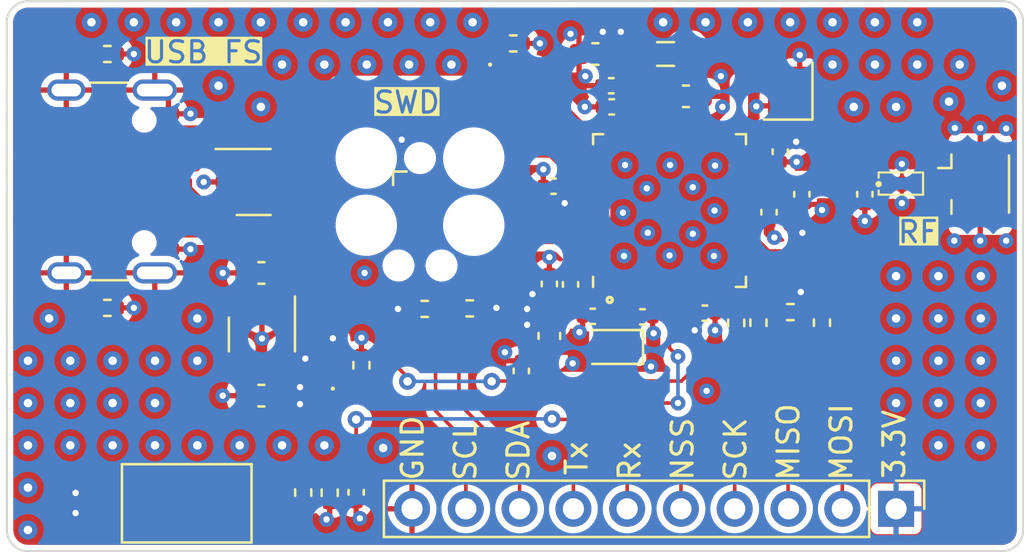
<source format=kicad_pcb>
(kicad_pcb (version 20221018) (generator pcbnew)
  (layers (0 "F.Cu" signal) (1 "In1.Cu" signal) (2 "In2.Cu" signal) (31 "B.Cu" signal) (34 "B.Paste" user) (35 "F.Paste" user) (36 "B.SilkS" user "B.Silkscreen") (37 "F.SilkS" user "F.Silkscreen") (38 "B.Mask" user) (39 "F.Mask" user) (44 "Edge.Cuts" user))
  (net 0 "")
  (net 1 "+5V")
  (net 2 "GND")
  (net 3 "+3.3V")
  (net 4 "/LSE_OUT")
  (net 5 "/LSE_IN")
  (net 6 "/SWD_NRST")
  (net 7 "/SMPSFB")
  (net 8 "/BOOT0")
  (net 9 "/RF")
  (net 10 "/RF_MATCH")
  (net 11 "/G_LED_K")
  (net 12 "/B_LED_K")
  (net 13 "/B_LED_A")
  (net 14 "/RF_ANT")
  (net 15 "/USBC_CC1")
  (net 16 "/USBC_D+")
  (net 17 "/USBC_D-")
  (net 19 "/USBC_CC2")
  (net 21 "/UART1_TXc")
  (net 22 "/UART1_RXc")
  (net 23 "/SPI1_SCKc")
  (net 24 "/SWD_DIO")
  (net 25 "/SWD_CLK")
  (net 26 "/SWD_TRC")
  (net 27 "/SMPSLX")
  (net 28 "/SMPSLXL")
  (net 29 "/UART1_TX")
  (net 30 "/UART1_RX")
  (net 31 "/SPI1_NSS")
  (net 32 "/SPI1_SCK")
  (net 33 "/SPI1_MISO")
  (net 34 "/SPI1_MOSI")
  (net 35 "/I2C1_SCL")
  (net 36 "/I2C1_SDA")
  (net 37 "Net-(R12-Pad2)")
  (net 39 "/USB_D+")
  (net 40 "/USB_D-")
  (net 47 "/HSE_OUT")
  (net 48 "/HSE_IN")
  (footprint "Crystal:Crystal_SMD_2012-2Pin_2.0x1.2mm" (layer "F.Cu") (at 129.85 96.35 180)
    (fp_text reference "X1" hide)
    (fp_text value "32k768" hide)
  )
  (footprint "Fiducial:Fiducial_1mm_Mask2mm" (layer "F.Cu") (at 147.25 81.75)
    (fp_text reference "FM2" hide)
    (fp_text value "Fiducial" hide)
  )
  (footprint "Resistor_SMD:R_0402_1005Metric" (layer "F.Cu") (at 105.75 94.5)
    (fp_text reference "R4" hide)
    (fp_text value "5k1" hide)
  )
  (footprint "Resistor_SMD:R_0402_1005Metric" (layer "F.Cu") (at 139.5 95.2 -90)
    (fp_text reference "R1" hide)
    (fp_text value "220R" hide)
  )
  (footprint "custom:DLF162500LT-5028A1" (layer "F.Cu") (at 143.275 88.65)
    (fp_text reference "FTL1" hide)
    (fp_text value "DLF162500LT-5028A1" hide)
  )
  (footprint "Capacitor_SMD:C_0603_1608Metric" (layer "F.Cu") (at 113.025 98.65 180)
    (fp_text reference "C5" hide)
    (fp_text value "4u7" hide)
  )
  (footprint "LED_SMD:LED_0402_1005Metric" (layer "F.Cu") (at 116.4 97.225 90)
    (fp_text reference "D1" hide)
    (fp_text value "Green" hide)
  )
  (footprint "Capacitor_SMD:C_0402_1005Metric" (layer "F.Cu") (at 126.625 93.37 90)
    (fp_text reference "C11" hide)
    (fp_text value "100n" hide)
  )
  (footprint "Resistor_SMD:R_0402_1005Metric" (layer "F.Cu") (at 135.45 95.21 -90)
    (fp_text reference "R3" hide)
    (fp_text value "220R" hide)
  )
  (footprint "Capacitor_SMD:C_0402_1005Metric" (layer "F.Cu") (at 129.57 85 180)
    (fp_text reference "C10" hide)
    (fp_text value "100n" hide)
  )
  (footprint "Capacitor_SMD:C_0603_1608Metric" (layer "F.Cu") (at 128.8 82.5 180)
    (fp_text reference "C8" hide)
    (fp_text value "4u7" hide)
  )
  (footprint "Resistor_SMD:R_0402_1005Metric" (layer "F.Cu") (at 136.5 95.2 -90)
    (fp_text reference "R2" hide)
    (fp_text value "220R" hide)
  )
  (footprint "Crystal:Crystal_SMD_2016-4Pin_2.0x1.6mm" (layer "F.Cu") (at 137.9 84.25 90)
    (fp_text reference "X2" hide)
    (fp_text value "32M" hide)
  )
  (footprint "Inductor_SMD:L_0402_1005Metric" (layer "F.Cu") (at 131.05 84.515 90)
    (fp_text reference "L1" hide)
    (fp_text value "10n" hide)
  )
  (footprint "Resistor_SMD:R_0402_1005Metric" (layer "F.Cu") (at 115 103.23 -90)
    (fp_text reference "R12" hide)
    (fp_text value "220R" hide)
  )
  (footprint "Capacitor_SMD:C_0603_1608Metric" (layer "F.Cu") (at 113.025 92.85 180)
    (fp_text reference "C1" hide)
    (fp_text value "4u7" hide)
  )
  (footprint "LED_SMD:LED_0402_1005Metric" (layer "F.Cu") (at 124.915 83)
    (fp_text reference "D2" hide)
    (fp_text value "Blue" hide)
  )
  (footprint "Package_TO_SOT_SMD:SOT-23-5" (layer "F.Cu") (at 113.05 95.76 -90)
    (fp_text reference "U1" hide)
    (fp_text value "MIC5365-3.3YD5" hide)
  )
  (footprint "Capacitor_SMD:C_0402_1005Metric" (layer "F.Cu") (at 131.025 94.925)
    (fp_text reference "C13" hide)
    (fp_text value "10p" hide)
  )
  (footprint "Capacitor_SMD:C_0402_1005Metric" (layer "F.Cu") (at 137.53 87.12 -90)
    (fp_text reference "C12" hide)
    (fp_text value "100n" hide)
  )
  (footprint "Connector_USB:USB_C_Receptacle_GCT_USB4105-xx-A_16P_TopMnt_Horizontal" (layer "F.Cu") (at 104.885 88.525 -90)
    (fp_text reference "J1" hide)
    (fp_text value "USB_C_Receptacle_USB2.0" hide)
  )
  (footprint "Connector_PinHeader_2.54mm:PinHeader_1x10_P2.54mm_Vertical" (layer "F.Cu") (at 143 104 -90)
    (fp_text reference "J2" hide)
    (fp_text value "Conn_01x10" hide)
  )
  (footprint "Resistor_SMD:R_0402_1005Metric" (layer "F.Cu") (at 117.75 97.215 90)
    (fp_text reference "R6" hide)
    (fp_text value "220R" hide)
  )
  (footprint "Capacitor_SMD:C_0402_1005Metric" (layer "F.Cu") (at 126.82 88.75 180)
    (fp_text reference "C3" hide)
    (fp_text value "100n" hide)
  )
  (footprint "Capacitor_SMD:C_0402_1005Metric" (layer "F.Cu") (at 127.625 93.39 90)
    (fp_text reference "C6" hide)
    (fp_text value "100n" hide)
  )
  (footprint "Capacitor_SMD:C_0402_1005Metric" (layer "F.Cu") (at 141.525 89.13 -90)
    (fp_text reference "C19" hide)
    (fp_text value "0p3" hide)
  )
  (footprint "Capacitor_SMD:C_0402_1005Metric" (layer "F.Cu") (at 129.55 84 180)
    (fp_text reference "C7" hide)
    (fp_text value "100n" hide)
  )
  (footprint "Resistor_SMD:R_0402_1005Metric" (layer "F.Cu") (at 105.75 82.5)
    (fp_text reference "R5" hide)
    (fp_text value "5k1" hide)
  )
  (footprint "Capacitor_SMD:C_0402_1005Metric" (layer "F.Cu") (at 125.3 97.48 90)
    (fp_text reference "C15" hide)
    (fp_text value "100n" hide)
  )
  (footprint "Resistor_SMD:R_0402_1005Metric" (layer "F.Cu") (at 122.865 94.525 180)
    (fp_text reference "R10" hide)
    (fp_text value "5k1" hide)
  )
  (footprint "Package_DFN_QFN:QFN-48-1EP_7x7mm_P0.5mm_EP5.6x5.6mm" (layer "F.Cu") (at 132.3 89.9 90)
    (fp_text reference "U3" hide)
    (fp_text value "STM32WB55CEU6" hide)
  )
  (footprint "Fiducial:Fiducial_1mm_Mask2mm" (layer "F.Cu") (at 147.25 104.25)
    (fp_text reference "FM3" hide)
    (fp_text value "Fiducial" hide)
  )
  (footprint "Inductor_SMD:L_0402_1005Metric" (layer "F.Cu") (at 140.035 88.65)
    (fp_text reference "L3" hide)
    (fp_text value "2n7" hide)
  )
  (footprint "Connector:Tag-Connect_TC2030-IDC-FP_2x03_P1.27mm_Vertical" (layer "F.Cu") (at 120.516 89.96 -90)
    (fp_text reference "J3" hide)
    (fp_text value "TC2030" hide)
  )
  (footprint "Fiducial:Fiducial_1mm_Mask2mm" (layer "F.Cu") (at 102.75 81.75)
    (fp_text reference "FM1" hide)
    (fp_text value "Fiducial" hide)
  )
  (footprint "Resistor_SMD:R_0402_1005Metric" (layer "F.Cu") (at 124.92 82)
    (fp_text reference "R7" hide)
    (fp_text value "220R" hide)
  )
  (footprint "Capacitor_SMD:C_0603_1608Metric" (layer "F.Cu") (at 126.625 95.825 -90)
    (fp_text reference "C2" hide)
    (fp_text value "4u7" hide)
  )
  (footprint "Button_Switch_SMD:SW_SPST_CK_RS282G05A3" (layer "F.Cu") (at 109.5 103.74 180)
    (fp_text reference "SW1" hide)
    (fp_text value "SW_Push" hide)
  )
  (footprint "Capacitor_SMD:C_0402_1005Metric" (layer "F.Cu") (at 117.5 103.22 -90)
    (fp_text reference "C17" hide)
    (fp_text value "100n" hide)
  )
  (footprint "Resistor_SMD:R_0402_1005Metric" (layer "F.Cu") (at 116.25 103.24 -90)
    (fp_text reference "R11" hide)
    (fp_text value "5k1" hide)
  )
  (footprint "Connector_Coaxial:U.FL_Hirose_U.FL-R-SMT-1_Vertical" (layer "F.Cu") (at 146.5 88.65)
    (fp_text reference "J4" hide)
    (fp_text value "Conn_Coaxial" hide)
  )
  (footprint "Package_TO_SOT_SMD:SOT-23-6" (layer "F.Cu") (at 112.6625 88.55)
    (fp_text reference "U2" hide)
    (fp_text value "USBLC6-2SC6" hide)
  )
  (footprint "Resistor_SMD:R_0402_1005Metric" (layer "F.Cu") (at 138.01 94.7 180)
    (fp_text reference "R8" hide)
    (fp_text value "5k1" hide)
  )
  (footprint "Inductor_SMD:L_0805_2012Metric" (layer "F.Cu") (at 132.1125 82.5)
    (fp_text reference "L2" hide)
    (fp_text value "10u" hide)
  )
  (footprint "Capacitor_SMD:C_0402_1005Metric" (layer "F.Cu") (at 137 89.98 -90)
    (fp_text reference "C9" hide)
    (fp_text value "100n" hide)
  )
  (footprint "Capacitor_SMD:C_0402_1005Metric" (layer "F.Cu") (at 133.97 94.75)
    (fp_text reference "C4" hide)
    (fp_text value "100n" hide)
  )
  (footprint "Resistor_SMD:R_0402_1005Metric" (layer "F.Cu") (at 120.74 94.55)
    (fp_text reference "R9" hide)
    (fp_text value "5k1" hide)
  )
  (footprint "Capacitor_SMD:C_0402_1005Metric" (layer "F.Cu") (at 128.675 94.9 180)
    (fp_text reference "C14" hide)
    (fp_text value "10p" hide)
  )
  (footprint "Capacitor_SMD:C_0603_1608Metric" (layer "F.Cu") (at 133.075 84.5)
    (fp_text reference "C16" hide)
    (fp_text value "4u7" hide)
  )
  (footprint "Capacitor_SMD:C_0402_1005Metric" (layer "F.Cu") (at 138.55 89.13 -90)
    (fp_text reference "C18" hide)
    (fp_text value "0p8" hide)
  )
  (gr_circle (center 129.475 94.125) (end 129.525 94.125) (stroke (width 0.15)) (fill none) (layer "F.SilkS"))
  (gr_arc (start 148.002893 79.997107) (mid 148.71 80.29) (end 149.002893 80.997107) (stroke (width 0.1)) (layer "Edge.Cuts"))
  (gr_arc (start 149.002893 105.002893) (mid 148.71 105.71) (end 148.002893 106.002893) (stroke (width 0.1)) (layer "Edge.Cuts"))
  (gr_line (start 101.997107 80.007107) (end 128 80) (stroke (width 0.1)) (layer "Edge.Cuts"))
  (gr_line (start 149.002893 80.997107) (end 149.002893 105.002893) (stroke (width 0.1)) (layer "Edge.Cuts"))
  (gr_arc (start 100.997107 81.007107) (mid 101.29 80.3) (end 101.997107 80.007107) (stroke (width 0.1)) (layer "Edge.Cuts"))
  (gr_arc (start 102.007107 106.002893) (mid 101.3 105.71) (end 101.007107 105.002893) (stroke (width 0.1)) (layer "Edge.Cuts"))
  (gr_line (start 101.007107 105.002893) (end 100.997107 81.007107) (stroke (width 0.1)) (layer "Edge.Cuts"))
  (gr_line (start 148.002893 106.002893) (end 102.007107 106.002893) (stroke (width 0.1)) (layer "Edge.Cuts"))
  (gr_line (start 128 80) (end 148.002893 79.997107) (stroke (width 0.1)) (layer "Edge.Cuts"))
  (gr_text "GND" (at 120.75 102.75 90) (layer "F.SilkS") (effects (font (size 1 1)) (justify left bottom)))
  (gr_text "3.3V" (at 143.5 102.67 90) (layer "F.SilkS") (effects (font (size 1 1)) (justify left bottom)))
  (gr_text "Tx" (at 128.5 102.5 90) (layer "F.SilkS") (effects (font (size 1 1)) (justify left bottom)))
  (gr_text "NSS" (at 133.5 102.75 90) (layer "F.SilkS") (effects (font (size 1 1)) (justify left bottom)))
  (gr_text "Rx" (at 131 102.75 90) (layer "F.SilkS") (effects (font (size 1 1)) (justify left bottom)))
  (gr_text "MOSI" (at 141 102.75 90) (layer "F.SilkS") (effects (font (size 1 1)) (justify left bottom)))
  (gr_text "USB FS" (at 107.4 83) (layer "F.SilkS" knockout) (effects (font (size 1 1)) (justify left bottom)))
  (gr_text "SCL" (at 123.25 102.75 90) (layer "F.SilkS") (effects (font (size 1 1)) (justify left bottom)))
  (gr_text "SDA" (at 125.75 102.75 90) (layer "F.SilkS") (effects (font (size 1 1)) (justify left bottom)))
  (gr_text "SCK" (at 136 102.75 90) (layer "F.SilkS") (effects (font (size 1 1)) (justify left bottom)))
  (gr_text "SWD" (at 118.25 85.375) (layer "F.SilkS" knockout) (effects (font (size 1 1)) (justify left bottom)))
  (gr_text "RF" (at 143 91.5) (layer "F.SilkS" knockout) (effects (font (size 1 1)) (justify left bottom)))
  (gr_text "MISO" (at 138.5 102.75 90) (layer "F.SilkS") (effects (font (size 1 1)) (justify left bottom)))
  (segment (start 114 93.65) (end 114 93.05) (width 0.5) (layer "F.Cu") (net 1))
  (segment (start 112.675 90.4) (end 112.675 89.012501) (width 0.5) (layer "F.Cu") (net 1))
  (segment (start 108.535 86.125) (end 111.615184 86.125) (width 0.5) (layer "F.Cu") (net 1))
  (segment (start 108.565 90.925) (end 112.15 90.925) (width 0.5) (layer "F.Cu") (net 1))
  (segment (start 113.137501 88.55) (end 113.8 88.55) (width 0.5) (layer "F.Cu") (net 1))
  (segment (start 114 94.6225) (end 114 93.65) (width 0.5) (layer "F.Cu") (net 1))
  (segment (start 112.6875 87.197316) (end 112.6875 88.099999) (width 0.5) (layer "F.Cu") (net 1))
  (segment (start 112.675 90.4) (end 113.8 91.525) (width 0.5) (layer "F.Cu") (net 1))
  (segment (start 113.975 93.675) (end 114 93.65) (width 0.17) (layer "F.Cu") (net 1))
  (segment (start 113.8 91.525) (end 113.8 92.85) (width 0.5) (layer "F.Cu") (net 1))
  (segment (start 112.675 89.012501) (end 113.137501 88.55) (width 0.5) (layer "F.Cu") (net 1))
  (segment (start 112.6875 88.099999) (end 113.137501 88.55) (width 0.5) (layer "F.Cu") (net 1))
  (segment (start 112.25 93.675) (end 113.975 93.675) (width 0.17) (layer "F.Cu") (net 1))
  (segment (start 108.53 86.12) (end 108.535 86.125) (width 0.5) (layer "F.Cu") (net 1))
  (segment (start 114 93.05) (end 113.8 92.85) (width 0.5) (layer "F.Cu") (net 1))
  (segment (start 111.615184 86.125) (end 112.6875 87.197316) (width 0.5) (layer "F.Cu") (net 1))
  (segment (start 112.15 90.925) (end 112.675 90.4) (width 0.5) (layer "F.Cu") (net 1))
  (segment (start 112.1 93.825) (end 112.25 93.675) (width 0.17) (layer "F.Cu") (net 1))
  (segment (start 112.1 94.6225) (end 112.1 93.825) (width 0.17) (layer "F.Cu") (net 1))
  (segment (start 131.55 86.4625) (end 131.55 89.15) (width 0.25) (layer "F.Cu") (net 2))
  (segment (start 135.7375 88.15) (end 134.05 88.15) (width 0.25) (layer "F.Cu") (net 2))
  (segment (start 131.55 89.15) (end 132.3 89.9) (width 0.25) (layer "F.Cu") (net 2))
  (segment (start 109.67 91.72) (end 109.675 91.725) (width 0.5) (layer "F.Cu") (net 2))
  (segment (start 131.55 94.97) (end 131.505 94.925) (width 0.5) (layer "F.Cu") (net 2))
  (segment (start 137 90.925) (end 137.25 91.175) (width 0.5) (layer "F.Cu") (net 2))
  (segment (start 138.55 89.61) (end 138.785 89.61) (width 0.5) (layer "F.Cu") (net 2))
  (segment (start 137 90.46) (end 137 90.925) (width 0.5) (layer "F.Cu") (net 2))
  (segment (start 134.05 88.15) (end 132.3 89.9) (width 0.25) (layer "F.Cu") (net 2))
  (segment (start 143.275 88.4225) (end 143.275 87.7) (width 0.17) (layer "F.Cu") (net 2))
  (segment (start 109.67 85.32) (end 109.675 85.325) (width 0.5) (layer "F.Cu") (net 2))
  (segment (start 143.275 88.8775) (end 143.275 89.55) (width 0.17) (layer "F.Cu") (net 2))
  (segment (start 128.15 94.945) (end 128.195 94.9) (width 0.5) (layer "F.Cu") (net 2))
  (segment (start 147 90.2) (end 146.975 90.175) (width 0.5) (layer "F.Cu") (net 2))
  (via (at 107 81) (size 0.9) (drill 0.4) (layers "F.Cu" "B.Cu") (net 2))
  (via (at 110.3 88.55) (size 0.7) (drill 0.3) (layers "F.Cu" "B.Cu") (net 2))
  (via (at 127.625 81.55) (size 0.7) (drill 0.3) (layers "F.Cu" "B.Cu") (net 2))
  (via (at 133.4 88.8) (size 0.7) (drill 0.3) (layers "F.Cu" "B.Cu") (net 2))
  (via (at 145 95) (size 0.9) (drill 0.4) (layers "F.Cu" "B.Cu") (net 2))
  (via (at 131.425 97.275) (size 0.7) (drill 0.3) (layers "F.Cu" "B.Cu") (net 2))
  (via (at 102 105) (size 0.9) (drill 0.4) (layers "F.Cu" "B.Cu") (net 2))
  (via (at 132.325 87.75) (size 0.7) (drill 0.3) (layers "F.Cu" "B.Cu") (net 2))
  (via (at 113.05 95.95) (size 0.7) (drill 0.3) (layers "F.Cu" "B.Cu") (net 2))
  (via (at 146 83) (size 0.9) (drill 0.4) (layers "F.Cu" "B.Cu") (net 2))
  (via (at 131.55 95.7) (size 0.7) (drill 0.3) (layers "F.Cu" "B.Cu") (net 2))
  (via (at 108 99) (size 0.9) (drill 0.4) (layers "F.Cu" "B.Cu") (net 2))
  (via (at 110 95) (size 0.9) (drill 0.4) (layers "F.Cu" "B.Cu") (net 2))
  (via (at 117.75 95.915) (size 0.7) (drill 0.3) (layers "F.Cu" "B.Cu") (net 2))
  (via (at 148 84) (size 0.9) (drill 0.4) (layers "F.Cu" "B.Cu") (net 2))
  (via (at 122 83) (size 0.9) (drill 0.4) (layers "F.Cu" "B.Cu") (net 2))
  (via (at 146.975 86) (size 0.7) (drill 0.3) (layers "F.Cu" "B.Cu") (net 2))
  (via (at 136.4 84.975) (size 0.7) (drill 0.3) (layers "F.Cu" "B.Cu") (net 2))
  (via (at 110 101) (size 0.9) (drill 0.4) (layers "F.Cu" "B.Cu") (net 2))
  (via (at 107 82.5) (size 0.7) (drill 0.3) (layers "F.Cu" "B.Cu") (net 2))
  (via (at 137.25 91.175) (size 0.7) (drill 0.3) (layers "F.Cu" "B.Cu") (net 2))
  (via (at 134 81) (size 0.9) (drill 0.4) (layers "F.Cu" "B.Cu") (net 2))
  (via (at 142 83) (size 0.9) (drill 0.4) (layers "F.Cu" "B.Cu") (net 2))
  (via (at 132 81) (size 0.9) (drill 0.4) (layers "F.Cu" "B.Cu") (net 2))
  (via (at 107 94.5) (size 0.7) (drill 0.3) (layers "F.Cu" "B.Cu") (net 2))
  (via (at 144 83) (size 0.9) (drill 0.4) (layers "F.Cu" "B.Cu") (net 2))
  (via (at 106 99) (size 0.9) (drill 0.4) (layers "F.Cu" "B.Cu") (net 2))
  (via (at 145.5 84.75) (size 0.9) (drill 0.4) (layers "F.Cu" "B.Cu") (net 2))
  (via (at 126.75 101.5) (size 0.9) (drill 0.4) (layers "F.Cu" "B.Cu") (net 2))
  (via (at 145 101) (size 0.9) (drill 0.4) (layers "F.Cu" "B.Cu") (net 2))
  (via (at 145.75 91.325) (size 0.7) (drill 0.3) (layers "F.Cu" "B.Cu") (net 2))
  (via (at 143.275 89.55) (size 0.7) (drill 0.3) (layers "F.Cu" "B.Cu") (net 2))
  (via (at 126.175 82) (size 0.7) (drill 0.3) (layers "F.Cu" "B.Cu") (net 2))
  (via (at 136 81) (size 0.9) (drill 0.4) (layers "F.Cu" "B.Cu") (net 2))
  (via (at 130.2 87.75) (size 0.7) (drill 0.3) (layers "F.Cu" "B.Cu") (net 2))
  (via (at 108 97) (size 0.9) (drill 0.4) (layers "F.Cu" "B.Cu") (net 2))
  (via (at 143 95) (size 0.9) (drill 0.4) (layers "F.Cu" "B.Cu") (net 2))
  (via (at 103 95) (size 0.9) (drill 0.4) (layers "F.Cu" "B.Cu") (net 2))
  (via (at 118.775 101.125) (size 0.9) (drill 0.4) (layers "F.Cu" "B.Cu") (net 2))
  (via (at 118 83) (size 0.9) (drill 0.4) (layers "F.Cu" "B.Cu") (net 2))
  (via (at 147 99) (size 0.9) (drill 0.4) (layers "F.Cu" "B.Cu") (net 2))
  (via (at 105 81) (size 0.9) (drill 0.4) (layers "F.Cu" "B.Cu") (net 2))
  (via (at 102 101) (size 0.9) (drill 0.4) (layers "F.Cu" "B.Cu") (net 2))
  (via (at 128.3 85) (size 0.7) (drill 0.3) (layers "F.Cu" "B.Cu") (net 2))
  (via (at 147 97) (size 0.9) (drill 0.4) (layers "F.Cu" "B.Cu") (net 2))
  (via (at 147 93) (size 0.9) (drill 0.4) (layers "F.Cu" "B.Cu") (net 2))
  (via (at 104 99) (size 0.9) (drill 0.4) (layers "F.Cu" "B.Cu") (net 2))
  (via (at 121 81) (size 0.9) (drill 0.4) (layers "F.Cu" "B.Cu") (net 2))
  (via (at 117.9 92.85) (size 0.7) (drill 0.3) (layers "F.Cu" "B.Cu") (net 2))
  (via (at 145.775 86) (size 0.7) (drill 0.3) (layers "F.Cu" "B.Cu") (net 2))
  (via (at 145 93) (size 0.9) (drill 0.4) (layers "F.Cu" "B.Cu") (net 2))
  (via (at 115 81) (size 0.9) (drill 0.4) (layers "F.Cu" "B.Cu") (net 2))
  (via (at 116 83) (size 0.9) (drill 0.4) (layers "F.Cu" "B.Cu") (net 2))
  (via (at 134.05 98.425) (size 0.7) (drill 0.3) (layers "F.Cu" "B.Cu") (net 2))
  (via (at 102 99) (size 0.9) (drill 0.4) (layers "F.Cu" "B.Cu") (net 2))
  (via (at 146.975 91.325) (size 0.7) (drill 0.3) (layers "F.Cu" "B.Cu") (net 2))
  (via (at 132.3 92.025) (size 0.7) (drill 0.3) (layers "F.Cu" "B.Cu") (net 2))
  (via (at 147 95) (size 0.9) (drill 0.4) (layers "F.Cu" "B.Cu") (net 2))
  (via (at 138.3 87.6) (size 0.7) (drill 0.3) (layers "F.Cu" "B.Cu") (net 2))
  (via (at 139.5 89.875) (size 0.7) (drill 0.3) (layers "F.Cu" "B.Cu") (net 2))
  (via (at 133.4 91) (size 0.7) (drill 0.3) (layers "F.Cu" "B.Cu") (net 2))
  (via (at 130.15 92.05) (size 0.7) (drill 0.3) (layers "F.Cu" "B.Cu") (net 2))
  (via (at 114 101) (size 0.9) (drill 0.4) (layers "F.Cu" "B.Cu") (net 2))
  (via (at 138 81) (size 0.9) (drill 0.4) (layers "F.Cu" "B.Cu") (net 2))
  (via (at 148.2 91.325) (size 0.7) (drill 0.3) (layers "F.Cu" "B.Cu") (net 2))
  (via (at 131.225 88.85) (size 0.7) (drill 0.3) (layers "F.Cu" "B.Cu") (net 2))
  (via (at 134.425 89.9) (size 0.7) (drill 0.3) (layers "F.Cu" "B.Cu") (net 2))
  (via (at 134.8 85) (size 0.7) (drill 0.3) (layers "F.Cu" "B.Cu") (net 2))
  (via (at 148.2 86.025) (size 0.7) (drill 0.3) (layers "F.Cu" "B.Cu") (net 2))
  (via (at 141.525 90.395) (size 0.7) (drill 0.3) (layers "F.Cu" "B.Cu") (net 2))
  (via (at 117.675 104.45) (size 0.7) (drill 0.3) (layers "F.Cu" "B.Cu") (net 2))
  (via (at 147 101) (size 0.9) (drill 0.4) (layers "F.Cu" "B.Cu") (net 2))
  (via (at 109.675 85.325) (size 0.7) (drill 0.3) (layers "F.Cu" "B.Cu") (net 2))
  (via (at 141 85) (size 0.9) (drill 0.4) (layers "F.Cu" "B.Cu") (net 2))
  (via (at 111.2 92.85) (size 0.7) (drill 0.3) (layers "F.Cu" "B.Cu") (net 2))
  (via (at 140 83) (size 0.9) (drill 0.4) (layers "F.Cu" "B.Cu") (net 2))
  (via (at 134.725 83.55) (size 0.7) (drill 0.3) (layers "F.Cu" "B.Cu") (net 2))
  (via (at 143 97) (size 0.9) (drill 0.4) (layers "F.Cu" "B.Cu") (net 2))
  (via (at 128.325 83.55) (size 0.7) (drill 0.3) (layers "F.Cu" "B.Cu") (net 2))
  (via (at 106 97) (size 0.9) (drill 0.4) (layers "F.Cu" "B.Cu") (net 2))
  (via (at 102 97) (size 0.9) (drill 0.4) (layers "F.Cu" "B.Cu") (net 2))
  (via (at 134.45 87.775) (size 0.7) (drill 0.3) (layers "F.Cu" "B.Cu") (net 2))
  (via (at 113 85) (size 0.9) (drill 0.4) (layers "F.Cu" "B.Cu") (net 2))
  (via (at 143 85) (size 0.9) (drill 0.4) (layers "F.Cu" "B.Cu") (net 2))
  (via (at 108 101) (size 0.9) (drill 0.4) (layers "F.Cu" "B.Cu") (net 2))
  (via (at 106 101) (size 0.9) (drill 0.4) (layers "F.Cu" "B.Cu") (net 2))
  (via (at 102 103) (size 0.9) (drill 0.4) (layers "F.Cu" "B.Cu") (net 2))
  (via (at 145 99) (size 0.9) (drill 0.4) (layers "F.Cu" "B.Cu") (net 2))
  (via (at 127.725 97.125) (size 0.7) (drill 0.3) (layers "F.Cu" "B.Cu") (net 2))
  (via (at 143 93) (size 0.9) (drill 0.4) (layers "F.Cu" "B.Cu") (net 2))
  (via (at 111 84) (size 0.9) (drill 0.4) (layers "F.Cu" "B.Cu") (net 2))
  (via (at 128.05 95.65) (size 0.7) (drill 0.3) (layers "F.Cu" "B.Cu") (net 2))
  (via (at 145 97) (size 0.9) (drill 0.4) (layers "F.Cu" "B.Cu") (net 2))
  (via (at 119 81) (size 0.9) (drill 0.4) (layers "F.Cu" "B.Cu") (net 2))
  (via (at 111.2 98.65) (size 0.7) (drill 0.3) (layers "F.Cu" "B.Cu") (net 2))
  (via (at 130.1 90) (size 0.7) (drill 0.3) (layers "F.Cu" "B.Cu") (net 2))
  (via (at 142 81) (size 0.9) (drill 0.4) (layers "F.Cu" "B.Cu") (net 2))
  (via (at 143 99) (size 0.9) (drill 0.4) (layers "F.Cu" "B.Cu") (net 2))
  (via (at 109.675 91.725) (size 0.7) (drill 0.3) (layers "F.Cu" "B.Cu") (net 2))
  (via (at 143.275 87.7) (size 0.7) (drill 0.3) (layers "F.Cu" "B.Cu") (net 2))
  (via (at 126.34 87.95) (size 0.7) (drill 0.3) (layers "F.Cu" "B.Cu") (net 2))
  (via (at 104 101) (size 0.9) (drill 0.4) (layers "F.Cu" "B.Cu") (net 2))
  (via (at 120 83) (size 0.9) (drill 0.4) (layers "F.Cu" "B.Cu") (net 2))
  (via (at 113 81) (size 0.9) (drill 0.4) (layers "F.Cu" "B.Cu") (net 2))
  (via (at 109 81) (size 0.9) (drill 0.4) (layers "F.Cu" "B.Cu") (net 2))
  (via (at 126.625 92.1) (size 0.7) (drill 0.3) (layers "F.Cu" "B.Cu") (net 2))
  (via (at 134.4 92.05) (size 0.7) (drill 0.3) (layers "F.Cu" "B.Cu") (net 2))
  (via (at 114 83) (size 0.9) (drill 0.4) (layers "F.Cu" "B.Cu") (net 2))
  (via (at 123 81) (size 0.9) (drill 0.4) (layers "F.Cu" "B.Cu") (net 2))
  (via (at 111 81) (size 0.9) (drill 0.4) (layers "F.Cu" "B.Cu") (net 2))
  (via (at 124.525 96.6) (size 0.7) (drill 0.3) (layers "F.Cu" "B.Cu") (net 2))
  (via (at 134.45 95.56) (size 0.7) (drill 0.3) (layers "F.Cu" "B.Cu") (net 2))
  (via (at 112 101) (size 0.9) (drill 0.4) (layers "F.Cu" "B.Cu") (net 2))
  (via (at 110 97) (size 0.9) (drill 0.4) (layers "F.Cu" "B.Cu") (net 2))
  (via (at 138.45 82.55) (size 0.7) (drill 0.3) (layers "F.Cu" "B.Cu") (net 2))
  (via (at 116.1 104.5) (size 0.7) (drill 0.3) (layers "F.Cu" "B.Cu") (net 2))
  (via (at 140 81) (size 0.9) (drill 0.4) (layers "F.Cu" "B.Cu") (net 2))
  (via (at 144 81) (size 0.9) (drill 0.4) (layers "F.Cu" "B.Cu") (net 2))
  (via (at 131.275 90.95) (size 0.7) (drill 0.3) (layers "F.Cu" "B.Cu") (net 2))
  (via (at 116 101) (size 0.9) (drill 0.4) (layers "F.Cu" "B.Cu") (net 2))
  (via (at 117 81) (size 0.9) (drill 0.4) (layers "F.Cu" "B.Cu") (net 2))
  (via (at 104 97) (size 0.9) (drill 0.4) (layers "F.Cu" "B.Cu") (net 2))
  (segment (start 120.23 94.55) (end 119.475 94.55) (width 0.5) (layer "F.Cu") (net 3))
  (segment (start 138.52 93.77) (end 138.5 93.75) (width 0.5) (layer "F.Cu") (net 3))
  (segment (start 136.65 89.15) (end 137 89.5) (width 0.25) (layer "F.Cu") (net 3))
  (segment (start 135.7375 89.15) (end 136.65 89.15) (width 0.25) (layer "F.Cu") (net 3))
  (segment (start 137.49 86.65) (end 138.28 86.65) (width 0.5) (layer "F.Cu") (net 3))
  (segment (start 136.75 87.025) (end 137.135 86.64) (width 0.25) (layer "F.Cu") (net 3))
  (segment (start 127.4 88.65) (end 127.3 88.75) (width 0.25) (layer "F.Cu") (net 3))
  (segment (start 116.4 96.74) (end 116.4 95.94) (width 0.5) (layer "F.Cu") (net 3))
  (segment (start 136.75 87.40851) (end 136.75 87.025) (width 0.25) (layer "F.Cu") (net 3))
  (segment (start 137.341734 86.64) (end 137.53 86.64) (width 0.5) (layer "F.Cu") (net 3))
  (segment (start 137.35 89.5) (end 137 89.5) (width 0.25) (layer "F.Cu") (net 3))
  (segment (start 138.075 90.95) (end 137.8 90.675) (width 0.25) (layer "F.Cu") (net 3))
  (segment (start 128.8625 88.65) (end 127.4 88.65) (width 0.25) (layer "F.Cu") (net 3))
  (segment (start 127.35 88.8) (end 127.3 88.75) (width 0.5) (layer "F.Cu") (net 3))
  (segment (start 124.1 94.525) (end 124.125 94.5) (width 0.5) (layer "F.Cu") (net 3))
  (segment (start 135.7375 87.65) (end 136.50851 87.65) (width 0.25) (layer "F.Cu") (net 3))
  (segment (start 137.8 90.675) (end 137.8 89.95) (width 0.25) (layer "F.Cu") (net 3))
  (segment (start 137.8 89.95) (end 137.35 89.5) (width 0.25) (layer "F.Cu") (net 3))
  (segment (start 137.135 86.64) (end 137.53 86.64) (width 0.25) (layer "F.Cu") (net 3))
  (segment (start 138.52 94.7) (end 138.52 93.77) (width 0.5) (layer "F.Cu") (net 3))
  (segment (start 119.65 86.55) (end 119.65 88.459) (width 0.17) (layer "F.Cu") (net 3))
  (segment (start 133.49 95.56) (end 133.49 94.75) (width 0.5) (layer "F.Cu") (net 3))
  (segment (start 119.65 88.459) (end 119.881 88.69) (width 0.17) (layer "F.Cu") (net 3))
  (segment (start 127.35 89.55) (end 127.35 88.8) (width 0.5) (layer "F.Cu") (net 3))
  (segment (start 138.575 90.95) (end 138.075 90.95) (width 0.25) (layer "F.Cu") (net 3))
  (segment (start 133.49 94.26474) (end 133.49 94.75) (width 0.25) (layer "F.Cu") (net 3))
  (segment (start 133.05 93.3375) (end 133.05 93.82474) (width 0.25) (layer "F.Cu") (net 3))
  (segment (start 123.375 94.525) (end 124.1 94.525) (width 0.5) (layer "F.Cu") (net 3))
  (segment (start 133.05 93.82474) (end 133.49 94.26474) (width 0.25) (layer "F.Cu") (net 3))
  (segment (start 136.50851 87.65) (end 136.75 87.40851) (width 0.25) (layer "F.Cu") (net 3))
  (via (at 133.49 95.56) (size 0.7) (drill 0.3) (layers "F.Cu" "B.Cu") (net 3))
  (via (at 116.4 95.94) (size 0.7) (drill 0.3) (layers "F.Cu" "B.Cu") (net 3))
  (via (at 115.1 96.9) (size 0.7) (drill 0.3) (layers "F.Cu" "B.Cu") (net 3))
  (via (at 124.125 94.5) (size 0.7) (drill 0.3) (layers "F.Cu" "B.Cu") (net 3))
  (via (at 125.825 93.85) (size 0.7) (drill 0.3) (layers "F.Cu" "B.Cu") (net 3))
  (via (at 104.25 104.2) (size 0.7) (drill 0.3) (layers "F.Cu" "B.Cu") (net 3))
  (via (at 125.575 95.3) (size 0.7) (drill 0.3) (layers "F.Cu" "B.Cu") (net 3))
  (via (at 104.25 103.25) (size 0.7) (drill 0.3) (layers "F.Cu" "B.Cu") (net 3))
  (via (at 129.15 81.45) (size 0.7) (drill 0.3) (layers "F.Cu" "B.Cu") (net 3))
  (via (at 138.575 90.95) (size 0.7) (drill 0.3) (layers "F.Cu" "B.Cu") (net 3))
  (via (at 127.35 89.55) (size 0.7) (drill 0.3) (layers "F.Cu" "B.Cu") (net 3))
  (via (at 138.5 93.75) (size 0.7) (drill 0.3) (layers "F.Cu" "B.Cu") (net 3))
  (via (at 138.28 86.65) (size 0.7) (drill 0.3) (layers "F.Cu" "B.Cu") (net 3))
  (via (at 125.575 94.55) (size 0.7) (drill 0.3) (layers "F.Cu" "B.Cu") (net 3))
  (via (at 119.65 86.55) (size 0.7) (drill 0.3) (layers "F.Cu" "B.Cu") (net 3))
  (via (at 119.475 94.55) (size 0.7) (drill 0.3) (layers "F.Cu" "B.Cu") (net 3))
  (via (at 130 81.45) (size 0.7) (drill 0.3) (layers "F.Cu" "B.Cu") (net 3))
  (via (at 114.85 99.05) (size 0.7) (drill 0.3) (layers "F.Cu" "B.Cu") (net 3))
  (via (at 114.85 98.25) (size 0.7) (drill 0.3) (layers "F.Cu" "B.Cu") (net 3))
  (segment (start 130.55 93.3375) (end 130.55 94.92) (width 0.17) (layer "F.Cu") (net 4))
  (segment (start 130.545 94.925) (end 130.545 96.345) (width 0.17) (layer "F.Cu") (net 4))
  (segment (start 130.545 96.345) (end 130.55 96.35) (width 0.17) (layer "F.Cu") (net 4))
  (segment (start 130.55 94.92) (end 130.545 94.925) (width 0.17) (layer "F.Cu") (net 4))
  (segment (start 129.15 94.905) (end 129.155 94.9) (width 0.17) (layer "F.Cu") (net 5))
  (segment (start 130.05 93.3375) (end 130.05 93.925) (width 0.17) (layer "F.Cu") (net 5))
  (segment (start 129.15 96.35) (end 129.15 94.905) (width 0.17) (layer "F.Cu") (net 5))
  (segment (start 130.05 93.925) (end 129.75 94.225) (width 0.17) (layer "F.Cu") (net 5))
  (segment (start 129.75 94.225) (end 129.75 94.8) (width 0.17) (layer "F.Cu") (net 5))
  (segment (start 129.75 94.8) (end 129.65 94.9) (width 0.17) (layer "F.Cu") (net 5))
  (segment (start 129.65 94.9) (end 129.155 94.9) (width 0.17) (layer "F.Cu") (net 5))
  (segment (start 133.525 97.3) (end 132.865 97.96) (width 0.17) (layer "F.Cu") (net 6))
  (segment (start 120.125 97.975) (end 118.9 96.75) (width 0.17) (layer "F.Cu") (net 6))
  (segment (start 132.55 94.15) (end 132.8 94.4) (width 0.17) (layer "F.Cu") (net 6))
  (segment (start 123.915 97.96) (end 123.9 97.975) (width 0.17) (layer "F.Cu") (net 6))
  (segment (start 118.9 95.075) (end 117.875 94.05) (width 0.17) (layer "F.Cu") (net 6))
  (segment (start 125.3 97.96) (end 123.915 97.96) (width 0.17) (layer "F.Cu") (net 6))
  (segment (start 116.475 94.05) (end 115.9 93.475) (width 0.17) (layer "F.Cu") (net 6))
  (segment (start 132.8 95.85) (end 133.525 96.575) (width 0.17) (layer "F.Cu") (net 6))
  (segment (start 119 89) (end 119.881 89.881) (width 0.17) (layer "F.Cu") (net 6))
  (segment (start 133.525 96.575) (end 133.525 97.3) (width 0.17) (layer "F.Cu") (net 6))
  (segment (start 132.8 94.4) (end 132.8 95.85) (width 0.17) (layer "F.Cu") (net 6))
  (segment (start 117.1 89) (end 119 89) (width 0.17) (layer "F.Cu") (net 6))
  (segment (start 115.9 93.475) (end 115.9 90.2) (width 0.17) (layer "F.Cu") (net 6))
  (segment (start 118.9 96.75) (end 118.9 95.075) (width 0.17) (layer "F.Cu") (net 6))
  (segment (start 132.865 97.96) (end 125.3 97.96) (width 0.17) (layer "F.Cu") (net 6))
  (segment (start 119.881 89.881) (end 119.881 89.96) (width 0.17) (layer "F.Cu") (net 6))
  (segment (start 117.875 94.05) (end 116.475 94.05) (width 0.17) (layer "F.Cu") (net 6))
  (segment (start 132.55 93.3375) (end 132.55 94.15) (width 0.17) (layer "F.Cu") (net 6))
  (segment (start 115.9 90.2) (end 117.1 89) (width 0.17) (layer "F.Cu") (net 6))
  (via (at 123.9 97.975) (size 0.8) (drill 0.4) (layers "F.Cu" "B.Cu") (net 6))
  (via (at 119.925 97.975) (size 0.8) (drill 0.4) (layers "F.Cu" "B.Cu") (net 6))
  (segment (start 123.9 97.975) (end 120.125 97.975) (width 0.17) (layer "B.Cu") (net 6))
  (segment (start 117.5 99.775) (end 117.5 102.74) (width 0.17) (layer "F.Cu") (net 8))
  (segment (start 129.55 99) (end 128.775 99.775) (width 0.17) (layer "F.Cu") (net 8))
  (segment (start 132.288371 94.41163) (end 132.28 94.420001) (width 0.17) (layer "F.Cu") (net 8))
  (segment (start 115.01 102.73) (end 115 102.72) (width 0.17) (layer "F.Cu") (net 8))
  (segment (start 131.15 94.2) (end 132.076741 94.2) (width 0.17) (layer "F.Cu") (net 8))
  (segment (start 131.05 94.1) (end 131.15 94.2) (width 0.17) (layer "F.Cu") (net 8))
  (segment (start 132.076741 94.2) (end 132.288371 94.41163) (width 0.17) (layer "F.Cu") (net 8))
  (segment (start 117.5 102.74) (end 116.26 102.74) (width 0.17) (layer "F.Cu") (net 8))
  (segment (start 116.26 102.74) (end 116.25 102.73) (width 0.17) (layer "F.Cu") (net 8))
  (segment (start 132.3 96.4) (end 132.7 96.8) (width 0.17) (layer "F.Cu") (net 8))
  (segment (start 132.3 94.440001) (end 132.3 96.4) (width 0.17) (layer "F.Cu") (net 8))
  (segment (start 116.25 102.73) (end 115.01 102.73) (width 0.17) (layer "F.Cu") (net 8))
  (segment (start 132.7 99) (end 129.55 99) (width 0.17) (layer "F.Cu") (net 8))
  (segment (start 132.28 94.420001) (end 132.3 94.440001) (width 0.17) (layer "F.Cu") (net 8))
  (segment (start 128.775 99.775) (end 126.775 99.775) (width 0.17) (layer "F.Cu") (net 8))
  (segment (start 131.05 93.3375) (end 131.05 94.1) (width 0.17) (layer "F.Cu") (net 8))
  (segment (start 126.775 99.775) (end 126.75 99.75) (width 0.17) (layer "F.Cu") (net 8))
  (via (at 132.7 99) (size 0.7) (drill 0.3) (layers "F.Cu" "B.Cu") (net 8))
  (via (at 126.75 99.75) (size 0.8) (drill 0.4) (layers "F.Cu" "B.Cu") (net 8))
  (via (at 117.5 99.775) (size 0.8) (drill 0.4) (layers "F.Cu" "B.Cu") (net 8))
  (via (at 132.7 96.8) (size 0.7) (drill 0.3) (layers "F.Cu" "B.Cu") (net 8))
  (segment (start 126.75 99.75) (end 117.525 99.75) (width 0.17) (layer "B.Cu") (net 8))
  (segment (start 117.525 99.75) (end 117.5 99.775) (width 0.17) (layer "B.Cu") (net 8))
  (segment (start 132.7 96.8) (end 132.7 99) (width 0.17) (layer "B.Cu") (net 8))
  (segment (start 135.7375 88.65) (end 138.55 88.65) (width 0.17) (layer "F.Cu") (net 9))
  (segment (start 138.55 88.65) (end 139.55 88.65) (width 0.17) (layer "F.Cu") (net 9))
  (segment (start 140.52 88.65) (end 141.525 88.65) (width 0.17) (layer "F.Cu") (net 10))
  (segment (start 141.525 88.65) (end 142.6625 88.65) (width 0.17) (layer "F.Cu") (net 10))
  (segment (start 117.735 97.71) (end 117.75 97.725) (width 0.17) (layer "F.Cu") (net 11))
  (segment (start 116.415 97.725) (end 116.4 97.71) (width 0.17) (layer "F.Cu") (net 11))
  (segment (start 117.71 97.685) (end 117.75 97.725) (width 0.17) (layer "F.Cu") (net 11))
  (segment (start 116.4 97.71) (end 117.735 97.71) (width 0.17) (layer "F.Cu") (net 11))
  (segment (start 124.43 82.02) (end 124.41 82) (width 0.5) (layer "F.Cu") (net 12))
  (segment (start 124.43 83) (end 124.43 82.02) (width 0.5) (layer "F.Cu") (net 12))
  (segment (start 126.05 83) (end 125.4 83) (width 0.17) (layer "F.Cu") (net 13))
  (segment (start 127.25 84.2) (end 126.05 83) (width 0.17) (layer "F.Cu") (net 13))
  (segment (start 128.864474 86.4625) (end 127.25 84.848026) (width 0.17) (layer "F.Cu") (net 13))
  (segment (start 127.25 84.848026) (end 127.25 84.2) (width 0.17) (layer "F.Cu") (net 13))
  (segment (start 129.55 86.4625) (end 128.864474 86.4625) (width 0.17) (layer "F.Cu") (net 13))
  (segment (start 143.8875 88.65) (end 145.45 88.65) (width 0.17) (layer "F.Cu") (net 14))
  (segment (start 105.24 82.5) (end 105.24 83.19) (width 0.17) (layer "F.Cu") (net 15))
  (segment (start 105.24 83.19) (end 105.85 83.8) (width 0.17) (layer "F.Cu") (net 15))
  (segment (start 106.32 87.27) (end 108.53 87.27) (width 0.17) (layer "F.Cu") (net 15))
  (segment (start 105.85 86.8) (end 106.32 87.27) (width 0.17) (layer "F.Cu") (net 15))
  (segment (start 105.85 83.8) (end 105.85 86.8) (width 0.17) (layer "F.Cu") (net 15))
  (segment (start 108.53 89.27) (end 109.199239 89.27) (width 0.2) (layer "F.Cu") (net 16))
  (segment (start 109.199239 89.27) (end 109.65 88.819239) (width 0.2) (layer "F.Cu") (net 16))
  (segment (start 111.525 89.5) (end 110.330761 89.5) (width 0.2) (layer "F.Cu") (net 16))
  (segment (start 110.330761 89.5) (end 109.65 88.819239) (width 0.2) (layer "F.Cu") (net 16))
  (segment (start 109.65 88.465686) (end 109.454314 88.27) (width 0.2) (layer "F.Cu") (net 16))
  (segment (start 109.454314 88.27) (end 108.53 88.27) (width 0.2) (layer "F.Cu") (net 16))
  (segment (start 109.65 88.819239) (end 109.65 88.465686) (width 0.2) (layer "F.Cu") (net 16))
  (segment (start 109.7 87.95) (end 109.98076 87.95) (width 0.2) (layer "F.Cu") (net 17))
  (segment (start 107.92259 88.77) (end 108.53 88.77) (width 0.2) (layer "F.Cu") (net 17))
  (segment (start 109.7 87.95) (end 109.52 87.77) (width 0.2) (layer "F.Cu") (net 17))
  (segment (start 109.98076 87.95) (end 110.33076 87.6) (width 0.2) (layer "F.Cu") (net 17))
  (segment (start 107.92259 87.77) (end 107.655 88.03759) (width 0.2) (layer "F.Cu") (net 17))
  (segment (start 107.655 88.03759) (end 107.655 88.50241) (width 0.2) (layer "F.Cu") (net 17))
  (segment (start 109.52 87.77) (end 108.53 87.77) (width 0.2) (layer "F.Cu") (net 17))
  (segment (start 107.655 88.50241) (end 107.92259 88.77) (width 0.2) (layer "F.Cu") (net 17))
  (segment (start 108.53 87.77) (end 107.92259 87.77) (width 0.2) (layer "F.Cu") (net 17))
  (segment (start 110.33076 87.6) (end 111.525 87.6) (width 0.2) (layer "F.Cu") (net 17))
  (segment (start 106.43 90.27) (end 108.53 90.27) (width 0.17) (layer "F.Cu") (net 19))
  (segment (start 105.24 93.86) (end 105.9 93.2) (width 0.17) (layer "F.Cu") (net 19))
  (segment (start 105.9 93.2) (end 105.9 90.8) (width 0.17) (layer "F.Cu") (net 19))
  (segment (start 105.9 90.8) (end 106.43 90.27) (width 0.17) (layer "F.Cu") (net 19))
  (segment (start 105.24 94.5) (end 105.24 93.86) (width 0.17) (layer "F.Cu") (net 19))
  (segment (start 127.76 102.74) (end 130.2 100.3) (width 0.17) (layer "F.Cu") (net 21))
  (segment (start 127.76 104) (end 127.76 102.74) (width 0.17) (layer "F.Cu") (net 21))
  (segment (start 130.2 100.3) (end 134.05 100.3) (width 0.17) (layer "F.Cu") (net 21))
  (segment (start 135.45 98.9) (end 135.45 95.72) (width 0.17) (layer "F.Cu") (net 21))
  (segment (start 134.05 100.3) (end 135.45 98.9) (width 0.17) (layer "F.Cu") (net 21))
  (segment (start 132.065 100.935) (end 130.3 102.7) (width 0.17) (layer "F.Cu") (net 22))
  (segment (start 134.64 100.935) (end 132.065 100.935) (width 0.17) (layer "F.Cu") (net 22))
  (segment (start 136.5 95.71) (end 136.5 99.075) (width 0.17) (layer "F.Cu") (net 22))
  (segment (start 130.3 102.7) (end 130.3 104) (width 0.17) (layer "F.Cu") (net 22))
  (segment (start 136.5 99.075) (end 134.64 100.935) (width 0.17) (layer "F.Cu") (net 22))
  (segment (start 135.38 102.6575) (end 135.38 104) (width 0.17) (layer "F.Cu") (net 23))
  (segment (start 139.5 95.71) (end 139.5 98.5375) (width 0.17) (layer "F.Cu") (net 23))
  (segment (start 139.5 98.5375) (end 135.38 102.6575) (width 0.17) (layer "F.Cu") (net 23))
  (segment (start 125.215 87.315) (end 125 87.1) (width 0.17) (layer "F.Cu") (net 24))
  (segment (start 121.45 86.15) (end 121.45 87.75) (width 0.17) (layer "F.Cu") (net 24))
  (segment (start 121.151 88.049) (end 121.151 88.69) (width 0.17) (layer "F.Cu") (net 24))
  (segment (start 124.1 85.6) (end 122 85.6) (width 0.17) (layer "F.Cu") (net 24))
  (segment (start 122 85.6) (end 121.45 86.15) (width 0.17) (layer "F.Cu") (net 24))
  (segment (start 125 86.5) (end 124.1 85.6) (width 0.17) (layer "F.Cu") (net 24))
  (segment (start 125 87.1) (end 125 86.5) (width 0.17) (layer "F.Cu") (net 24))
  (segment (start 128.8625 88.15) (end 128.05 88.15) (width 0.17) (layer "F.Cu") (net 24))
  (segment (start 126.665 87.315) (end 125.215 87.315) (width 0.17) (layer "F.Cu") (net 24))
  (segment (start 128.05 88.15) (end 127.8 87.9) (width 0.17) (layer "F.Cu") (net 24))
  (segment (start 127.8 87.9) (end 127.25 87.9) (width 0.17) (layer "F.Cu") (net 24))
  (segment (start 127.25 87.9) (end 126.665 87.315) (width 0.17) (layer "F.Cu") (net 24))
  (segment (start 121.45 87.75) (end 121.151 88.049) (width 0.17) (layer "F.Cu") (net 24))
  (segment (start 127.985 89.813026) (end 127.613026 90.185) (width 0.17) (layer "F.Cu") (net 25))
  (segment (start 127.613026 90.185) (end 125.435 90.185) (width 0.17) (layer "F.Cu") (net 25))
  (segment (start 122.111 89) (end 121.151 89.96) (width 0.17) (layer "F.Cu") (net 25))
  (segment (start 125.435 90.185) (end 124.25 89) (width 0.17) (layer "F.Cu") (net 25))
  (segment (start 127.985 89.415) (end 127.985 89.813026) (width 0.17) (layer "F.Cu") (net 25))
  (segment (start 124.25 89) (end 122.111 89) (width 0.17) (layer "F.Cu") (net 25))
  (segment (start 128.25 89.15) (end 127.985 89.415) (width 0.17) (layer "F.Cu") (net 25))
  (segment (start 128.8625 89.15) (end 128.25 89.15) (width 0.17) (layer "F.Cu") (net 25))
  (segment (start 127.845 90.555) (end 125.49674 90.555) (width 0.17) (layer "F.Cu") (net 26))
  (segment (start 128.8625 90.15) (end 128.25 90.15) (width 0.17) (layer "F.Cu") (net 26))
  (segment (start 122.55 92.3) (end 121.48 91.23) (width 0.17) (layer "F.Cu") (net 26))
  (segment (start 121.48 91.23) (end 121.151 91.23) (width 0.17) (layer "F.Cu") (net 26))
  (segment (start 125.49674 90.555) (end 123.75174 92.3) (width 0.17) (layer "F.Cu") (net 26))
  (segment (start 128.25 90.15) (end 127.845 90.555) (width 0.17) (layer "F.Cu") (net 26))
  (segment (start 123.75174 92.3) (end 122.55 92.3) (width 0.17) (layer "F.Cu") (net 26))
  (segment (start 131.05 86.4625) (end 131.05 85.69) (width 0.25) (layer "F.Cu") (net 27))
  (segment (start 131.05 85.69) (end 131.05 85) (width 0.5) (layer "F.Cu") (net 27))
  (segment (start 131.05 84.03) (end 131.05 82.5) (width 0.5) (layer "F.Cu") (net 28))
  (segment (start 134.55 93.875) (end 134.775 94.1) (width 0.17) (layer "F.Cu") (net 29))
  (segment (start 134.775 94.1) (end 135.325 94.1) (width 0.17) (layer "F.Cu") (net 29))
  (segment (start 134.55 93.3375) (end 134.55 93.875) (width 0.17) (layer "F.Cu") (net 29))
  (segment (start 135.325 94.1) (end 135.45 94.225) (width 0.17) (layer "F.Cu") (net 29))
  (segment (start 135.45 94.225) (end 135.45 94.7) (width 0.17) (layer "F.Cu") (net 29))
  (segment (start 135.05 93.3375) (end 135.8625 93.3375) (width 0.17) (layer "F.Cu") (net 30))
  (segment (start 135.8625 93.3375) (end 136.5 93.975) (width 0.17) (layer "F.Cu") (net 30))
  (segment (start 136.5 93.975) (end 136.5 94.69) (width 0.17) (layer "F.Cu") (net 30))
  (segment (start 136.25 92.65) (end 137.55 93.95) (width 0.17) (layer "F.Cu") (net 31))
  (segment (start 132.84 102.71) (end 132.84 104) (width 0.17) (layer "F.Cu") (net 31))
  (segment (start 135.7375 92.65) (end 136.25 92.65) (width 0.17) (layer "F.Cu") (net 31))
  (segment (start 137.55 93.95) (end 137.55 99.25) (width 0.17) (layer "F.Cu") (net 31))
  (segment (start 135.2 101.6) (end 133.95 101.6) (width 0.17) (layer "F.Cu") (net 31))
  (segment (start 137.55 99.25) (end 135.2 101.6) (width 0.17) (layer "F.Cu") (net 31))
  (segment (start 133.95 101.6) (end 132.84 102.71) (width 0.17) (layer "F.Cu") (net 31))
  (segment (start 138.725 92.725) (end 139.5 93.5) (width 0.17) (layer "F.Cu") (net 32))
  (segment (start 136.280454 92.15) (end 136.855454 92.725) (width 0.17) (layer "F.Cu") (net 32))
  (segment (start 135.7375 92.15) (end 136.280454 92.15) (width 0.17) (layer "F.Cu") (net 32))
  (segment (start 139.5 93.5) (end 139.5 94.69) (width 0.17) (layer "F.Cu") (net 32))
  (segment (start 136.855454 92.725) (end 138.725 92.725) (width 0.17) (layer "F.Cu") (net 32))
  (segment (start 139.525 92.325) (end 140.5 93.3) (width 0.17) (layer "F.Cu") (net 33))
  (segment (start 136.303714 91.65) (end 136.978714 92.325) (width 0.17) (layer "F.Cu") (net 33))
  (segment (start 140.5 98.975) (end 137.9 101.575) (width 0.17) (layer "F.Cu") (net 33))
  (segment (start 136.978714 92.325) (end 139.525 92.325) (width 0.17) (layer "F.Cu") (net 33))
  (segment (start 135.7375 91.65) (end 136.303714 91.65) (width 0.17) (layer "F.Cu") (net 33))
  (segment (start 137.9 101.575) (end 137.9 103.98) (width 0.17) (layer "F.Cu") (net 33))
  (segment (start 140.5 93.3) (end 140.5 98.975) (width 0.17) (layer "F.Cu") (net 33))
  (segment (start 137.9 103.98) (end 137.92 104) (width 0.17) (layer "F.Cu") (net 33))
  (segment (start 140.485 103.975) (end 140.46 104) (width 0.17) (layer "F.Cu") (net 34))
  (segment (start 141.3 101.35) (end 140.46 102.19) (width 0.17) (layer "F.Cu") (net 34))
  (segment (start 140.435 91.81) (end 141.3 92.675) (width 0.17) (layer "F.Cu") (net 34))
  (segment (start 140.46 102.19) (end 140.46 104) (width 0.17) (layer "F.Cu") (net 34))
  (segment (start 141.3 92.675) (end 141.3 101.35) (width 0.17) (layer "F.Cu") (net 34))
  (segment (start 136.326974 91.15) (end 136.986974 91.81) (width 0.17) (layer "F.Cu") (net 34))
  (segment (start 135.7375 91.15) (end 136.326974 91.15) (width 0.17) (layer "F.Cu") (net 34))
  (segment (start 136.986974 91.81) (end 140.435 91.81) (width 0.17) (layer "F.Cu") (net 34))
  (segment (start 125.58 90.995) (end 123.9 92.675) (width 0.17) (layer "F.Cu") (net 35))
  (segment (start 127.875 91.65) (end 127.22 90.995) (width 0.17) (layer "F.Cu") (net 35))
  (segment (start 128.8625 91.65) (end 127.9 91.65) (width 0.17) (layer "F.Cu") (net 35))
  (segment (start 121.25 94.175) (end 121.25 94.55) (width 0.17) (layer "F.Cu") (net 35))
  (segment (start 123.9 92.675) (end 122.75 92.675) (width 0.17) (layer "F.Cu") (net 35))
  (segment (start 121.25 94.55) (end 121.25 99.375) (width 0.17) (layer "F.Cu") (net 35))
  (segment (start 121.25 99.375) (end 122.68 100.805) (width 0.17) (layer "F.Cu") (net 35))
  (segment (start 122.75 92.675) (end 121.25 94.175) (width 0.17) (layer "F.Cu") (net 35))
  (segment (start 127.22 90.995) (end 125.58 90.995) (width 0.17) (layer "F.Cu") (net 35))
  (segment (start 122.68 100.805) (end 122.68 104) (width 0.17) (layer "F.Cu") (net 35))
  (segment (start 128.8625 92.15) (end 127.85174 92.15) (width 0.17) (layer "F.Cu") (net 36))
  (segment (start 125.85087 91.39913) (end 123.575 93.675) (width 0.17) (layer "F.Cu") (net 36))
  (segment (start 122.355 99.03) (end 125.22 101.895) (width 0.17) (layer "F.Cu") (net 36))
  (segment (start 122.355 94.525) (end 122.355 99.03) (width 0.17) (layer "F.Cu") (net 36))
  (segment (start 122.75 93.675) (end 122.355 94.07) (width 0.17) (layer "F.Cu") (net 36))
  (segment (start 125.22 101.895) (end 125.22 104) (width 0.17) (layer "F.Cu") (net 36))
  (segment (start 127.10087 91.39913) (end 125.85087 91.39913) (width 0.17) (layer "F.Cu") (net 36))
  (segment (start 123.575 93.675) (end 122.75 93.675) (width 0.17) (layer "F.Cu") (net 36))
  (segment (start 122.355 94.07) (end 122.355 94.525) (width 0.17) (layer "F.Cu") (net 36))
  (segment (start 127.85174 92.15) (end 127.10087 91.39913) (width 0.17) (layer "F.Cu") (net 36))
  (segment (start 115 103.74) (end 113.4 103.74) (width 0.17) (layer "F.Cu") (net 37))
  (segment (start 116.1 85.1682) (end 116.8432 84.425) (width 0.2) (layer "F.Cu") (net 39))
  (segment (start 128.525 87.625) (end 128.55 87.65) (width 0.2) (layer "F.Cu") (net 39))
  (segment (start 116.1 88.45) (end 116.1 85.1682) (width 0.2) (layer "F.Cu") (net 39))
  (segment (start 114.7 89.5) (end 115.45 88.75) (width 0.2) (layer "F.Cu") (net 39))
  (segment (start 113.8 89.5) (end 114.7 89.5) (width 0.2) (layer "F.Cu") (net 39))
  (segment (start 116.8432 84.425) (end 124.9568 84.425) (width 0.2) (layer "F.Cu") (net 39))
  (segment (start 128.1568 87.625) (end 128.525 87.625) (width 0.2) (layer "F.Cu") (net 39))
  (segment (start 115.45 88.75) (end 115.8 88.75) (width 0.2) (layer "F.Cu") (net 39))
  (segment (start 124.9568 84.425) (end 128.1568 87.625) (width 0.2) (layer "F.Cu") (net 39))
  (segment (start 128.55 87.65) (end 128.8625 87.65) (width 0.2) (layer "F.Cu") (net 39))
  (segment (start 115.8 88.75) (end 116.1 88.45) (width 0.2) (layer "F.Cu") (net 39))
  (segment (start 115.4 88.35) (end 115.6 88.35) (width 0.2) (layer "F.Cu") (net 40))
  (segment (start 128.3432 87.175) (end 128.525 87.175) (width 0.2) (layer "F.Cu") (net 40))
  (segment (start 125.1432 83.975) (end 128.3432 87.175) (width 0.2) (layer "F.Cu") (net 40))
  (segment (start 128.55 87.15) (end 128.8625 87.15) (width 0.2) (layer "F.Cu") (net 40))
  (segment (start 115.6 88.35) (end 115.7 88.25) (width 0.2) (layer "F.Cu") (net 40))
  (segment (start 115.7 88.25) (end 115.7 84.9318) (width 0.2) (layer "F.Cu") (net 40))
  (segment (start 116.6568 83.975) (end 125.1432 83.975) (width 0.2) (layer "F.Cu") (net 40))
  (segment (start 115.7 84.9318) (end 116.6568 83.975) (width 0.2) (layer "F.Cu") (net 40))
  (segment (start 114.65 87.6) (end 115.4 88.35) (width 0.2) (layer "F.Cu") (net 40))
  (segment (start 113.8 87.6) (end 114.65 87.6) (width 0.2) (layer "F.Cu") (net 40))
  (segment (start 128.525 87.175) (end 128.55 87.15) (width 0.2) (layer "F.Cu") (net 40))
  (segment (start 136.925 85.8) (end 136.625 86.1) (width 0.17) (layer "F.Cu") (net 47))
  (segment (start 138.22 85.8) (end 136.925 85.8) (width 0.17) (layer "F.Cu") (net 47))
  (segment (start 135.9 86.1) (end 135.7375 86.2625) (width 0.17) (layer "F.Cu") (net 47))
  (segment (start 136.625 86.1) (end 135.9 86.1) (width 0.17) (layer "F.Cu") (net 47))
  (segment (start 138.45 84.95) (end 138.45 85.57) (width 0.17) (layer "F.Cu") (net 47))
  (segment (start 135.7375 86.2625) (end 135.7375 87.15) (width 0.17) (layer "F.Cu") (net 47))
  (segment (start 138.45 85.57) (end 138.22 85.8) (width 0.17) (layer "F.Cu") (net 47))
  (segment (start 135.575 83.85) (end 135.875 83.55) (width 0.17) (layer "F.Cu") (net 48))
  (segment (start 135.05 85.85) (end 135.575 85.325) (width 0.17) (layer "F.Cu") (net 48))
  (segment (start 135.575 85.325) (end 135.575 83.85) (width 0.17) (layer "F.Cu") (net 48))
  (segment (start 135.875 83.55) (end 137.35 83.55) (width 0.17) (layer "F.Cu") (net 48))
  (segment (start 135.05 86.4625) (end 135.05 85.85) (width 0.17) (layer "F.Cu") (net 48))
  (zone (net 3) (net_name "+3.3V") (layer "F.Cu") (priority 3) (connect_pads yes (clearance 0.25)) (min_thickness 0.15) (fill yes (thermal_gap 0.4) (thermal_bridge_width 0.25))
    (polygon (pts (xy 106.25 102.85) (xy 106.55 102.975) (xy 106.525 104.5) (xy 106.225 104.625) (xy 103.875 104.625) (xy 103.7 104.375) (xy 103.7 103.025) (xy 103.9 102.85) (xy 105.425 102.85)))
  )
  (zone (net 3) (net_name "+3.3V") (layer "F.Cu") (priority 5) (connect_pads yes (clearance 0.25)) (min_thickness 0.15) (fill yes (thermal_gap 0.4) (thermal_bridge_width 0.25))
    (polygon (pts (xy 130.65 87.025) (xy 129.95 87.025) (xy 129.875 86.875) (xy 129.875 86.1) (xy 129.875 85.85) (xy 129.75 85.475) (xy 129.6 85.125) (xy 129.6 83.625) (xy 129.15 83.1) (xy 128.95 82.725) (xy 128.95 82.05) (xy 128.675 81.65) (xy 128.675 81.05) (xy 128.9 80.9) (xy 130.2 80.9) (xy 130.45 81.025) (xy 130.45 81.65) (xy 130.2 82.075) (xy 130.2 82.775) (xy 130.475 83.725) (xy 130.425 85.275) (xy 130.45 85.53) (xy 130.55 85.825) (xy 130.725 85.95) (xy 130.725 86.875)))
  )
  (zone (net 3) (net_name "+3.3V") (layer "F.Cu") (priority 4) (connect_pads yes (clearance 0.25)) (min_thickness 0.15) (fill yes (thermal_gap 0.4) (thermal_bridge_width 0.25))
    (polygon (pts (xy 127.625 93.39) (xy 128.075 93.4) (xy 128.35 92.775) (xy 128.35 92.425) (xy 128.5 92.35) (xy 129.3 92.35) (xy 129.45 92.45) (xy 129.45 92.7) (xy 129.65 92.7) (xy 129.8 92.8) (xy 129.8 93.9) (xy 129.7 93.95) (xy 128.2 93.95) (xy 128.075 94.175) (xy 127.95 94.3) (xy 127.675 94.35) (xy 127.425 94.35) (xy 127.275 94.475) (xy 127.275 94.7) (xy 127.275 95.4) (xy 127.025 95.675) (xy 125.3 95.65) (xy 125.175 95.6) (xy 125.175 95.375) (xy 125.175 94.125) (xy 125.175 93.5) (xy 125.3 93.4)))
  )
  (zone (net 7) (net_name "/SMPSFB") (layer "F.Cu") (priority 1) (connect_pads yes (clearance 0.25)) (min_thickness 0.25) (fill yes (thermal_gap 0.5) (thermal_bridge_width 0.5))
    (polygon (pts (xy 133.5 81.75) (xy 133.75 82) (xy 133.75 83) (xy 133.5 83.25) (xy 133.25 83.25) (xy 133 83.5) (xy 133 83.75) (xy 132.75 84) (xy 132.75 85) (xy 132.5 85.25) (xy 132.25 86) (xy 132.25 86.6) (xy 131.75 86.6) (xy 131.75 84) (xy 132.5 83) (xy 132.5 82) (xy 132.75 81.75)))
  )
  (zone (net 3) (net_name "+3.3V") (layer "F.Cu") (priority 2) (connect_pads yes (clearance 0.25)) (min_thickness 0.15) (fill yes (thermal_gap 0.4) (thermal_bridge_width 0.25))
    (polygon (pts (xy 114.3 96.075066) (xy 114.475 96.250066) (xy 115.15 96.275066) (xy 115.9 95.9) (xy 116.225 95.500066) (xy 116.675 95.500066) (xy 116.875 95.95) (xy 116.875 96.475066) (xy 116.875 97.075066) (xy 116.725 97.175066) (xy 115.675 97.175) (xy 115.5 97.4) (xy 115.475 98.3) (xy 115.425 99.275) (xy 115.075 99.475) (xy 114.675 99.475) (xy 114.5 99.35) (xy 114.225 99.200066) (xy 113.45 99.225066) (xy 113.275 99.050066) (xy 113.275 98.300066) (xy 113.475 98.125066) (xy 113.65 97.9) (xy 113.65 97.500066) (xy 113.65 96.300066) (xy 113.975 96.075066)))
  )
  (zone (net 2) (net_name "GND") (layers "F.Cu" "In1.Cu" "In2.Cu") (connect_pads (clearance 0.35)) (min_thickness 0.15) (fill yes (thermal_gap 0.4) (thermal_bridge_width 0.25))
    (polygon (pts (xy 101 80) (xy 149 80) (xy 149 106) (xy 101 106) (xy 101 96.75)))
  )
  (zone (net 3) (net_name "+3.3V") (layer "B.Cu") (connect_pads (clearance 0.3)) (min_thickness 0.15) (fill yes (thermal_gap 0.4) (thermal_bridge_width 0.25))
    (polygon (pts (xy 101 80) (xy 149 80) (xy 149 106) (xy 101 106) (xy 101 96.75)))
  )
)
</source>
